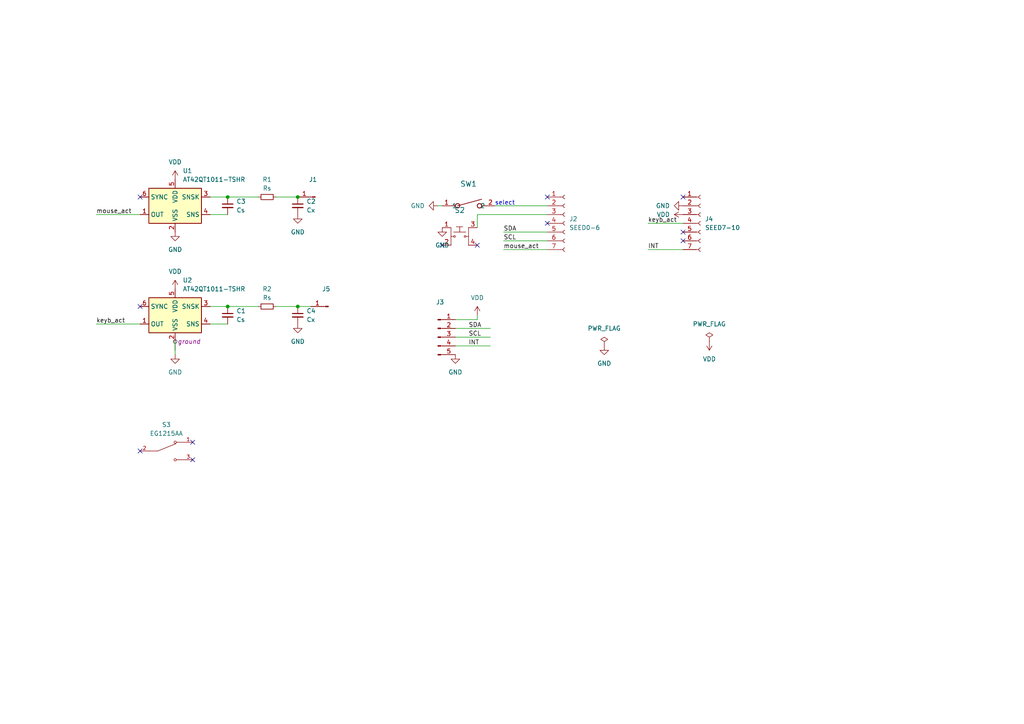
<source format=kicad_sch>
(kicad_sch (version 20230121) (generator eeschema)
  (paper "A4")
  (lib_symbols
    (symbol "Connector:Conn_01x01_Pin" (pin_names (offset 1.016) hide)
      (property "Reference" "J" (at 0 2.54 0))
      (property "Value" "Conn_01x01_Pin" (at 0 -2.54 0))
      (symbol "Conn_01x01_Pin_1_1"
        (polyline (pts (xy 1.27 0) (xy 0.8636 0)) (stroke (width 0.1524)))
        (rectangle (start 0.8636 0.127) (end 0 -0.127) (stroke (width 0.1524)) (fill (type outline)))
        (pin passive line (at 5.08 0 180) (length 3.81) (name "Pin_1") (number "1"))
      )
    )
    (symbol "Connector:Conn_01x05_Pin" (pin_names (offset 1.016) hide)
      (property "Reference" "J" (at 0 7.62 0))
      (property "Value" "Conn_01x05_Pin" (at 0 -7.62 0))
      (symbol "Conn_01x05_Pin_1_1"
        (polyline (pts (xy 1.27 -5.08) (xy 0.8636 -5.08)) (stroke (width 0.1524)))
        (polyline (pts (xy 1.27 -2.54) (xy 0.8636 -2.54)) (stroke (width 0.1524)))
        (polyline (pts (xy 1.27 0) (xy 0.8636 0)) (stroke (width 0.1524)))
        (polyline (pts (xy 1.27 2.54) (xy 0.8636 2.54)) (stroke (width 0.1524)))
        (polyline (pts (xy 1.27 5.08) (xy 0.8636 5.08)) (stroke (width 0.1524)))
        (rectangle (start 0.8636 -4.953) (end 0 -5.207) (stroke (width 0.1524)) (fill (type outline)))
        (rectangle (start 0.8636 -2.413) (end 0 -2.667) (stroke (width 0.1524)) (fill (type outline)))
        (rectangle (start 0.8636 0.127) (end 0 -0.127) (stroke (width 0.1524)) (fill (type outline)))
        (rectangle (start 0.8636 2.667) (end 0 2.413) (stroke (width 0.1524)) (fill (type outline)))
        (rectangle (start 0.8636 5.207) (end 0 4.953) (stroke (width 0.1524)) (fill (type outline)))
        (pin passive line (at 5.08 5.08 180) (length 3.81) (name "Pin_1") (number "1"))
        (pin passive line (at 5.08 2.54 180) (length 3.81) (name "Pin_2") (number "2"))
        (pin passive line (at 5.08 0 180) (length 3.81) (name "Pin_3") (number "3"))
        (pin passive line (at 5.08 -2.54 180) (length 3.81) (name "Pin_4") (number "4"))
        (pin passive line (at 5.08 -5.08 180) (length 3.81) (name "Pin_5") (number "5"))
      )
    )
    (symbol "Connector:Conn_01x07_Socket" (pin_names (offset 1.016) hide)
      (property "Reference" "J" (at 0 10.16 0))
      (property "Value" "Conn_01x07_Socket" (at 0 -10.16 0))
      (symbol "Conn_01x07_Socket_1_1"
        (arc (start 0 -7.112) (mid -0.5058 -7.62) (end 0 -8.128) (stroke (width 0.1524)))
        (arc (start 0 -4.572) (mid -0.5058 -5.08) (end 0 -5.588) (stroke (width 0.1524)))
        (arc (start 0 -2.032) (mid -0.5058 -2.54) (end 0 -3.048) (stroke (width 0.1524)))
        (polyline (pts (xy -1.27 -7.62) (xy -0.508 -7.62)) (stroke (width 0.1524)))
        (polyline (pts (xy -1.27 -5.08) (xy -0.508 -5.08)) (stroke (width 0.1524)))
        (polyline (pts (xy -1.27 -2.54) (xy -0.508 -2.54)) (stroke (width 0.1524)))
        (polyline (pts (xy -1.27 0) (xy -0.508 0)) (stroke (width 0.1524)))
        (polyline (pts (xy -1.27 2.54) (xy -0.508 2.54)) (stroke (width 0.1524)))
        (polyline (pts (xy -1.27 5.08) (xy -0.508 5.08)) (stroke (width 0.1524)))
        (polyline (pts (xy -1.27 7.62) (xy -0.508 7.62)) (stroke (width 0.1524)))
        (arc (start 0 0.508) (mid -0.5058 0) (end 0 -0.508) (stroke (width 0.1524)))
        (arc (start 0 3.048) (mid -0.5058 2.54) (end 0 2.032) (stroke (width 0.1524)))
        (arc (start 0 5.588) (mid -0.5058 5.08) (end 0 4.572) (stroke (width 0.1524)))
        (arc (start 0 8.128) (mid -0.5058 7.62) (end 0 7.112) (stroke (width 0.1524)))
        (pin passive line (at -5.08 7.62 0) (length 3.81) (name "Pin_1") (number "1"))
        (pin passive line (at -5.08 5.08 0) (length 3.81) (name "Pin_2") (number "2"))
        (pin passive line (at -5.08 2.54 0) (length 3.81) (name "Pin_3") (number "3"))
        (pin passive line (at -5.08 0 0) (length 3.81) (name "Pin_4") (number "4"))
        (pin passive line (at -5.08 -2.54 0) (length 3.81) (name "Pin_5") (number "5"))
        (pin passive line (at -5.08 -5.08 0) (length 3.81) (name "Pin_6") (number "6"))
        (pin passive line (at -5.08 -7.62 0) (length 3.81) (name "Pin_7") (number "7"))
      )
    )
    (symbol "Device:C_Small" (pin_numbers hide) (pin_names (offset 0.254) hide)
      (property "Reference" "C" (at 0.254 1.778 0))
      (property "Value" "C_Small" (at 0.254 -2.032 0))
      (symbol "C_Small_0_1"
        (polyline (pts (xy -1.524 -0.508) (xy 1.524 -0.508)) (stroke (width 0.3302)))
        (polyline (pts (xy -1.524 0.508) (xy 1.524 0.508)) (stroke (width 0.3048)))
      )
      (symbol "C_Small_1_1"
        (pin passive line (at 0 2.54 270) (length 2.032) (name "~") (number "1"))
        (pin passive line (at 0 -2.54 90) (length 2.032) (name "~") (number "2"))
      )
    )
    (symbol "Device:R_Small" (pin_numbers hide) (pin_names (offset 0.254) hide)
      (property "Reference" "R" (at 0.762 0.508 0))
      (property "Value" "R_Small" (at 0.762 -1.016 0))
      (symbol "R_Small_0_1"
        (rectangle (start -0.762 1.778) (end 0.762 -1.778) (stroke (width 0.2032)))
      )
      (symbol "R_Small_1_1"
        (pin passive line (at 0 2.54 270) (length 0.762) (name "~") (number "1"))
        (pin passive line (at 0 -2.54 90) (length 0.762) (name "~") (number "2"))
      )
    )
    (symbol "EG1215AA:EG1215AA" (pin_names (offset 1.016))
      (property "Reference" "S" (at -2.54 5.08 0))
      (property "Value" "EG1215AA" (at -2.54 -5.08 0))
      (symbol "EG1215AA_0_0"
        (polyline (pts (xy -2.54 0) (xy -5.08 0)) (stroke (width 0.1524)))
        (polyline (pts (xy -2.54 0) (xy 2.794 2.1336)) (stroke (width 0.1524)))
        (polyline (pts (xy 5.08 -2.54) (xy 2.921 -2.54)) (stroke (width 0.1524)))
        (polyline (pts (xy 5.08 2.54) (xy 2.921 2.54)) (stroke (width 0.1524)))
        (circle (center 2.54 -2.54) (radius 0.3302) (stroke (width 0.1524)))
        (circle (center 2.54 2.54) (radius 0.3302) (stroke (width 0.1524)))
        (pin passive line (at 7.62 2.54 180) (length 2.54) (name "~") (number "1"))
        (pin passive line (at -7.62 0 0) (length 2.54) (name "~") (number "2"))
        (pin passive line (at 7.62 -2.54 180) (length 2.54) (name "~") (number "3"))
      )
    )
    (symbol "Sensor_Touch:AT42QT1011-TSHR"
      (property "Reference" "U" (at -2.54 8.255 0))
      (property "Value" "AT42QT1011-TSHR" (at -2.54 6.35 0))
      (symbol "AT42QT1011-TSHR_0_1"
        (rectangle (start -7.62 5.08) (end 7.62 -5.08) (stroke (width 0.254)) (fill (type background)))
      )
      (symbol "AT42QT1011-TSHR_1_1"
        (pin output line (at -10.16 -2.54 0) (length 2.54) (name "OUT") (number "1"))
        (pin power_in line (at 0 -7.62 90) (length 2.54) (name "VSS") (number "2"))
        (pin passive line (at 10.16 2.54 180) (length 2.54) (name "SNSK") (number "3"))
        (pin passive line (at 10.16 -2.54 180) (length 2.54) (name "SNS") (number "4"))
        (pin power_in line (at 0 7.62 270) (length 2.54) (name "VDD") (number "5"))
        (pin input line (at -10.16 2.54 0) (length 2.54) (name "SYNC") (number "6"))
      )
    )
    (symbol "dk_Tactile-Switches:PTS645SM43SMTR92_LFS" (pin_names (offset 1.016))
      (property "Reference" "S" (at 0 5.08 0))
      (property "Value" "PTS645SM43SMTR92_LFS" (at 0 -5.334 0))
      (symbol "PTS645SM43SMTR92_LFS_0_1"
        (circle (center -1.524 0) (radius 0.254))
        (polyline (pts (xy -2.54 2.54) (xy -2.54 -2.54)))
        (polyline (pts (xy -1.778 0) (xy -2.54 0)))
        (polyline (pts (xy -1.778 1.27) (xy 1.778 1.27)))
        (polyline (pts (xy 2.54 -2.54) (xy 2.54 2.54)))
        (polyline (pts (xy 2.54 0) (xy 1.778 0)))
        (circle (center 1.524 0) (radius 0.254))
      )
      (symbol "PTS645SM43SMTR92_LFS_1_1"
        (polyline (pts (xy -1.016 2.794) (xy 0.889 2.794)))
        (polyline (pts (xy 0 2.794) (xy 0 1.27)))
        (pin passive line (at -5.08 2.54 0) (length 2.54) (name "~") (number "1"))
        (pin passive line (at -5.08 -2.54 0) (length 2.54) (name "~") (number "2"))
        (pin passive line (at 5.08 2.54 180) (length 2.54) (name "~") (number "3"))
        (pin passive line (at 5.08 -2.54 180) (length 2.54) (name "~") (number "4"))
      )
    )
    (symbol "power:GND" (power) (pin_names (offset 0))
      (property "Value" "GND" (at 0 -3.81 0))
      (symbol "GND_0_1"
        (polyline (pts (xy 0 0) (xy 0 -1.27) (xy 1.27 -1.27) (xy 0 -2.54) (xy -1.27 -1.27) (xy 0 -1.27)))
      )
      (symbol "GND_1_1"
        (pin power_in line (at 0 0 270) (length 0) hide (name "GND") (number "1"))
      )
    )
    (symbol "power:PWR_FLAG" (power) (pin_numbers hide) (pin_names (offset 0) hide)
      (property "Value" "PWR_FLAG" (at 0 3.81 0))
      (symbol "PWR_FLAG_0_0"
        (pin power_out line (at 0 0 90) (length 0) (name "pwr") (number "1"))
      )
      (symbol "PWR_FLAG_0_1"
        (polyline (pts (xy 0 0) (xy 0 1.27) (xy -1.016 1.905) (xy 0 2.54) (xy 1.016 1.905) (xy 0 1.27)))
      )
    )
    (symbol "power:VDD" (power) (pin_names (offset 0))
      (property "Value" "VDD" (at 0 3.81 0))
      (symbol "VDD_0_1"
        (polyline (pts (xy -0.762 1.27) (xy 0 2.54)))
        (polyline (pts (xy 0 0) (xy 0 2.54)))
        (polyline (pts (xy 0 2.54) (xy 0.762 1.27)))
      )
      (symbol "VDD_1_1"
        (pin power_in line (at 0 0 90) (length 0) hide (name "VDD") (number "1"))
      )
    )
    (symbol "push3x4.5:TL1015AF160QG" (pin_names (offset 0.254))
      (property "Reference" "SW" (at 0 3.81 0))
      (property "Value" "TL1015AF160QG" (at 0 0 0))
      (symbol "TL1015AF160QG_0_1"
        (circle (center -3.175 0) (radius 0.635) (stroke (width 0.254)))
        (polyline (pts (xy -5.08 0) (xy -3.81 0)) (stroke (width 0.2032)))
        (polyline (pts (xy -3.175 0) (xy 3.81 1.905)) (stroke (width 0.2032)))
        (polyline (pts (xy 5.08 0) (xy 3.81 0)) (stroke (width 0.2032)))
        (circle (center 3.175 0) (radius 0.635) (stroke (width 0.254)))
        (pin unspecified line (at -7.62 0 0) (length 2.54) (name "1") (number "1"))
        (pin unspecified line (at 7.62 0 180) (length 2.54) (name "2") (number "2"))
      )
    )
  )
  (junction (at 66.04 57.15))
  (junction (at 86.36 88.9))
  (junction (at 66.04 88.9))
  (junction (at 86.36 57.15))
  (no_connect (at 40.64 130.81))
  (no_connect (at 128.27 71.12))
  (no_connect (at 40.64 88.9))
  (no_connect (at 40.64 57.15))
  (no_connect (at 138.43 71.12))
  (no_connect (at 55.88 128.27))
  (no_connect (at 55.88 133.35))
  (no_connect (at 198.12 57.15))
  (no_connect (at 198.12 69.85))
  (no_connect (at 158.75 57.15))
  (no_connect (at 158.75 64.77))
  (no_connect (at 198.12 67.31))
  (wire (pts (xy 66.04 57.15) (xy 74.93 57.15)))
  (wire (pts (xy 143.51 59.69) (xy 158.75 59.69)))
  (wire (pts (xy 60.96 62.23) (xy 66.04 62.23)))
  (wire (pts (xy 60.96 88.9) (xy 66.04 88.9)))
  (wire (pts (xy 187.96 64.77) (xy 198.12 64.77)))
  (wire (pts (xy 132.08 92.71) (xy 138.43 92.71)))
  (wire (pts (xy 138.43 92.71) (xy 138.43 91.44)))
  (wire (pts (xy 187.96 72.39) (xy 198.12 72.39)))
  (wire (pts (xy 132.08 97.79) (xy 142.24 97.79)))
  (wire (pts (xy 60.96 57.15) (xy 66.04 57.15)))
  (wire (pts (xy 50.8 102.87) (xy 50.8 99.06)))
  (wire (pts (xy 90.17 88.9) (xy 86.36 88.9)))
  (wire (pts (xy 80.01 57.15) (xy 86.36 57.15)))
  (wire (pts (xy 27.94 93.98) (xy 40.64 93.98)))
  (wire (pts (xy 27.94 62.23) (xy 40.64 62.23)))
  (wire (pts (xy 146.05 69.85) (xy 158.75 69.85)))
  (wire (pts (xy 138.43 62.23) (xy 138.43 66.04)))
  (wire (pts (xy 66.04 88.9) (xy 74.93 88.9)))
  (wire (pts (xy 128.27 59.69) (xy 127 59.69)))
  (wire (pts (xy 132.08 100.33) (xy 142.24 100.33)))
  (wire (pts (xy 132.08 95.25) (xy 142.24 95.25)))
  (wire (pts (xy 146.05 67.31) (xy 158.75 67.31)))
  (wire (pts (xy 146.05 72.39) (xy 158.75 72.39)))
  (wire (pts (xy 80.01 88.9) (xy 86.36 88.9)))
  (wire (pts (xy 158.75 62.23) (xy 138.43 62.23)))
  (wire (pts (xy 60.96 93.98) (xy 66.04 93.98)))
  (text "select" (at 143.51 59.69 0) (effects (font (size 1.27 1.27)) (justify left bottom)))
  (label "keyb_act" (at 27.94 93.98 0))
  (label "mouse_act" (at 146.05 72.39 0))
  (label "SCL" (at 135.89 97.79 0))
  (label "SDA" (at 146.05 67.31 0))
  (label "keyb_act" (at 187.96 64.77 0))
  (label "SCL" (at 146.05 69.85 0))
  (label "INT" (at 135.89 100.33 0))
  (label "SDA" (at 135.89 95.25 0))
  (label "INT" (at 187.96 72.39 0))
  (label "mouse_act" (at 27.94 62.23 0))
  (netclass_flag "" (length 2.54) (shape round) (at 50.8 101.6 0) (property "Netclass" "ground" (effects hide)))
  (netclass_flag "" (length 2.54) (shape round) (at 50.8 101.6 0) (property "Netclass" "ground" (at 51.4985 99.06 0) (effects (font italic) (justify left))))
  (symbol (lib_id "Connector:Conn_01x07_Socket") (at 163.83 64.77 0) (unit 1)
    (property "Reference" "J2" (at 165.1 63.5 0) (effects (justify left)))
    (property "Value" "SEED0-6" (at 165.1 66.04 0) (effects (justify left)))
    (property "Footprint" "Connector_PinHeader_2.54mm:PinHeader_1x07_P2.54mm_Vertical" (effects hide))
  )
  (symbol (lib_id "Device:C_Small") (at 86.36 91.44 0) (unit 1)
    (property "Reference" "C4" (at 88.9 90.1763 0) (effects (justify left)))
    (property "Value" "Cx" (at 88.9 92.7163 0) (effects (justify left)))
    (property "Footprint" "Capacitor_SMD:C_0402_1005Metric_Pad0.74x0.62mm_HandSolder" (effects hide))
  )
  (symbol (lib_id "Connector:Conn_01x07_Socket") (at 203.2 64.77 0) (unit 1)
    (property "Reference" "J4" (at 204.47 63.5 0) (effects (justify left)))
    (property "Value" "SEED7-10" (at 204.47 66.04 0) (effects (justify left)))
    (property "Footprint" "Connector_PinHeader_2.54mm:PinHeader_1x07_P2.54mm_Vertical" (effects hide))
  )
  (symbol (lib_id "Connector:Conn_01x05_Pin") (at 127 97.79 0) (unit 1)
    (property "Reference" "J3" (at 127.635 87.63 0))
    (property "Value" "Conn_01x05_Pin" (effects hide))
    (property "Footprint" "Connector_PinHeader_2.54mm:PinHeader_1x05_P2.54mm_Vertical" (effects hide))
  )
  (symbol (lib_id "Sensor_Touch:AT42QT1011-TSHR") (at 50.8 59.69 0) (unit 1)
    (property "Reference" "U1" (at 52.9941 49.53 0) (effects (justify left)))
    (property "Value" "AT42QT1011-TSHR" (at 52.9941 52.07 0) (effects (justify left)))
    (property "Footprint" "Package_TO_SOT_SMD:SOT-23-6" (effects hide))
    (property "Datasheet" "http://ww1.microchip.com/downloads/en/DeviceDoc/40001947A.pdf" (effects hide))
  )
  (symbol (lib_id "power:VDD") (at 138.43 91.44 0) (unit 1)
    (property "Reference" "#PWR06" (effects hide))
    (property "Value" "VDD" (at 138.43 86.36 0))
  )
  (symbol (lib_id "Device:R_Small") (at 77.47 88.9 90) (unit 1)
    (property "Reference" "R2" (at 77.47 83.82 90))
    (property "Value" "Rs" (at 77.47 86.36 90))
    (property "Footprint" "Resistor_SMD:R_0402_1005Metric_Pad0.72x0.64mm_HandSolder" (effects hide))
  )
  (symbol (lib_id "power:GND") (at 128.27 66.04 0) (unit 1)
    (property "Reference" "#PWR013" (effects hide))
    (property "Value" "GND" (at 128.27 71.12 0))
  )
  (symbol (lib_id "power:GND") (at 127 59.69 270) (unit 1)
    (property "Reference" "#PWR014" (effects hide))
    (property "Value" "GND" (at 123.19 59.69 90) (effects (justify right)))
  )
  (symbol (lib_id "power:PWR_FLAG") (at 175.26 100.33 0) (unit 1)
    (property "Reference" "#FLG01" (effects hide))
    (property "Value" "PWR_FLAG" (at 175.26 95.25 0))
  )
  (symbol (lib_id "power:VDD") (at 205.74 99.06 180) (unit 1)
    (property "Reference" "#PWR08" (effects hide))
    (property "Value" "VDD" (at 205.74 104.14 0))
  )
  (symbol (lib_id "power:GND") (at 198.12 59.69 270) (unit 1)
    (property "Reference" "#PWR012" (effects hide))
    (property "Value" "GND" (at 194.31 59.69 90) (effects (justify right)))
  )
  (symbol (lib_id "power:VDD") (at 50.8 52.07 0) (unit 1)
    (property "Reference" "#PWR01" (effects hide))
    (property "Value" "VDD" (at 50.8 46.99 0))
  )
  (symbol (lib_id "push3x4.5:TL1015AF160QG") (at 135.89 59.69 0) (unit 1)
    (property "Reference" "SW1" (at 135.89 53.34 0) (effects (font (size 1.524 1.524))))
    (property "Value" "TL1015AF160QG" (effects hide))
    (property "Footprint" "push3x4.5:SW_F160QG_EWI" (effects hide))
    (property "Datasheet" "TL1015AF160QG" (effects hide))
  )
  (symbol (lib_id "Connector:Conn_01x01_Pin") (at 91.44 57.15 180) (unit 1)
    (property "Reference" "J1" (at 90.805 52.07 0))
    (property "Value" "Conn_01x01_Pin" (effects hide))
    (property "Footprint" "TestPoint:TestPoint_Pad_D2.0mm" (effects hide))
  )
  (symbol (lib_id "Device:C_Small") (at 66.04 91.44 0) (unit 1)
    (property "Reference" "C1" (at 68.58 90.1763 0) (effects (justify left)))
    (property "Value" "Cs" (at 68.58 92.7163 0) (effects (justify left)))
    (property "Footprint" "Capacitor_SMD:C_0402_1005Metric_Pad0.74x0.62mm_HandSolder" (effects hide))
  )
  (symbol (lib_id "Device:C_Small") (at 86.36 59.69 0) (unit 1)
    (property "Reference" "C2" (at 88.9 58.4263 0) (effects (justify left)))
    (property "Value" "Cx" (at 88.9 60.9663 0) (effects (justify left)))
    (property "Footprint" "Capacitor_SMD:C_0402_1005Metric_Pad0.74x0.62mm_HandSolder" (effects hide))
  )
  (symbol (lib_id "power:GND") (at 50.8 67.31 0) (unit 1)
    (property "Reference" "#PWR03" (effects hide))
    (property "Value" "GND" (at 50.8 72.39 0))
  )
  (symbol (lib_id "power:VDD") (at 50.8 83.82 0) (unit 1)
    (property "Reference" "#PWR02" (effects hide))
    (property "Value" "VDD" (at 50.8 78.74 0))
  )
  (symbol (lib_id "power:VDD") (at 198.12 62.23 90) (unit 1)
    (property "Reference" "#PWR05" (effects hide))
    (property "Value" "VDD" (at 194.31 62.23 90) (effects (justify left)))
  )
  (symbol (lib_id "power:GND") (at 86.36 93.98 0) (unit 1)
    (property "Reference" "#PWR09" (effects hide))
    (property "Value" "GND" (at 86.36 99.06 0))
  )
  (symbol (lib_id "power:PWR_FLAG") (at 205.74 99.06 0) (unit 1)
    (property "Reference" "#FLG02" (effects hide))
    (property "Value" "PWR_FLAG" (at 205.74 93.98 0))
  )
  (symbol (lib_id "Device:C_Small") (at 66.04 59.69 0) (unit 1)
    (property "Reference" "C3" (at 68.58 58.4263 0) (effects (justify left)))
    (property "Value" "Cs" (at 68.58 60.9663 0) (effects (justify left)))
    (property "Footprint" "Capacitor_SMD:C_0402_1005Metric_Pad0.74x0.62mm_HandSolder" (effects hide))
  )
  (symbol (lib_id "dk_Tactile-Switches:PTS645SM43SMTR92_LFS") (at 133.35 68.58 0) (unit 1)
    (property "Reference" "S2" (at 133.35 60.96 0) (effects (font (size 1.524 1.524))))
    (property "Value" "PTS645SM43SMTR92_LFS" (effects hide))
    (property "Footprint" "digikey-footprints:Switch_Tactile_SMD_6x6mm_PTS645" (effects hide))
    (property "Datasheet" "https://www.ckswitches.com/media/1471/pts645.pdf" (effects hide))
    (property "Digi-Key_PN" "CKN9112CT-ND" (effects hide))
    (property "MPN" "PTS645SM43SMTR92 LFS" (effects hide))
    (property "Category" "Switches" (effects hide))
    (property "Family" "Tactile Switches" (effects hide))
    (property "DK_Datasheet_Link" "https://www.ckswitches.com/media/1471/pts645.pdf" (effects hide))
    (property "DK_Detail_Page" "/product-detail/en/c-k/PTS645SM43SMTR92-LFS/CKN9112CT-ND/1146934" (effects hide))
    (property "Description" "SWITCH TACTILE SPST-NO 0.05A 12V" (effects hide))
    (property "Manufacturer" "C&K" (effects hide))
    (property "Status" "Active" (effects hide))
  )
  (symbol (lib_id "Connector:Conn_01x01_Pin") (at 95.25 88.9 180) (unit 1)
    (property "Reference" "J5" (at 94.615 83.82 0))
    (property "Value" "Conn_01x01_Pin" (effects hide))
    (property "Footprint" "TestPoint:TestPoint_Pad_D2.0mm" (effects hide))
  )
  (symbol (lib_id "EG1215AA:EG1215AA") (at 48.26 130.81 0) (unit 1)
    (property "Reference" "S3" (at 48.26 123.19 0))
    (property "Value" "EG1215AA" (at 48.26 125.73 0))
    (property "Footprint" "slideswitch:SW_EG1215AA" (effects hide))
    (property "PARTREV" "A" (effects hide))
    (property "STANDARD" "Manufacturer Recommendations" (effects hide))
    (property "MAXIMUM_PACKAGE_HEIGHT" "1.40mm" (effects hide))
    (property "MANUFACTURER" "E Switch" (effects hide))
  )
  (symbol (lib_id "power:GND") (at 132.08 102.87 0) (unit 1)
    (property "Reference" "#PWR011" (effects hide))
    (property "Value" "GND" (at 132.08 107.95 0))
  )
  (symbol (lib_id "Device:R_Small") (at 77.47 57.15 90) (unit 1)
    (property "Reference" "R1" (at 77.47 52.07 90))
    (property "Value" "Rs" (at 77.47 54.61 90))
    (property "Footprint" "Resistor_SMD:R_0402_1005Metric_Pad0.72x0.64mm_HandSolder" (effects hide))
  )
  (symbol (lib_id "power:GND") (at 175.26 100.33 0) (unit 1)
    (property "Reference" "#PWR07" (effects hide))
    (property "Value" "GND" (at 175.26 105.41 0))
  )
  (symbol (lib_id "power:GND") (at 50.8 102.87 0) (unit 1)
    (property "Reference" "#PWR04" (effects hide))
    (property "Value" "GND" (at 50.8 107.95 0))
  )
  (symbol (lib_id "Sensor_Touch:AT42QT1011-TSHR") (at 50.8 91.44 0) (unit 1)
    (property "Reference" "U2" (at 52.9941 81.28 0) (effects (justify left)))
    (property "Value" "AT42QT1011-TSHR" (at 52.9941 83.82 0) (effects (justify left)))
    (property "Footprint" "Package_TO_SOT_SMD:SOT-23-6" (effects hide))
    (property "Datasheet" "http://ww1.microchip.com/downloads/en/DeviceDoc/40001947A.pdf" (effects hide))
  )
  (symbol (lib_id "power:GND") (at 86.36 62.23 0) (unit 1)
    (property "Reference" "#PWR010" (effects hide))
    (property "Value" "GND" (at 86.36 67.31 0))
  )
)
</source>
